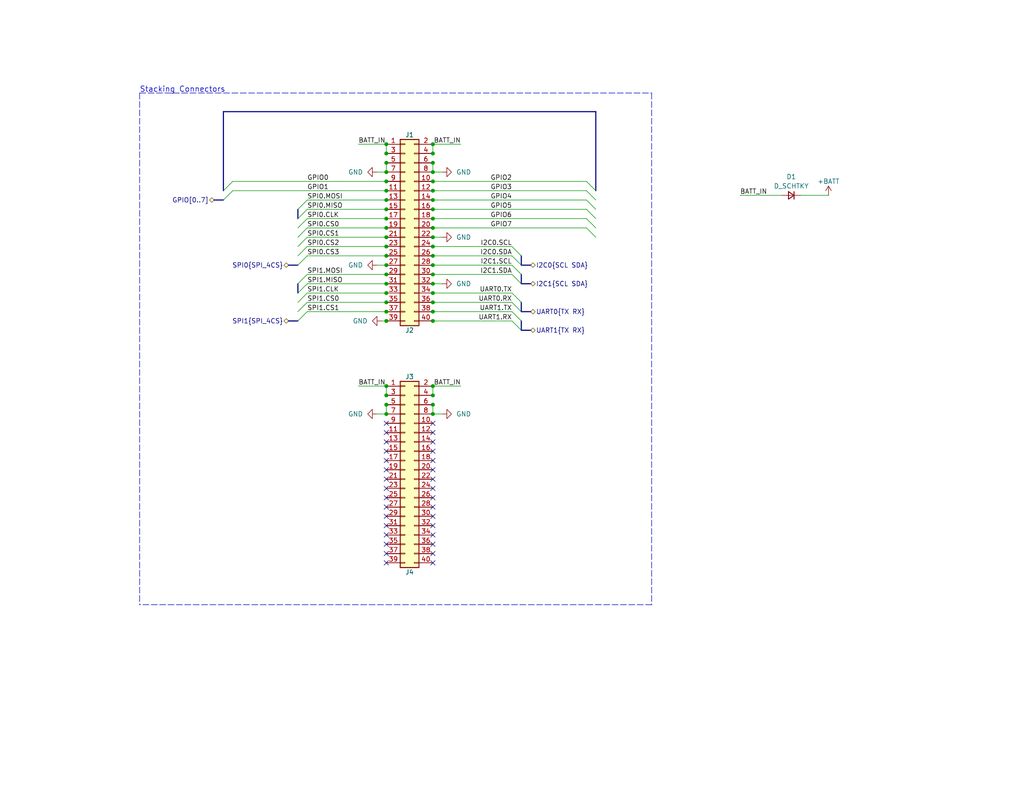
<source format=kicad_sch>
(kicad_sch (version 20210615) (generator eeschema)
  (paper "USLetter")
  (title_block (title "FlySensei Stacking Connectors") (date "2021-05-24") (rev "0.1") (company "George Mason University"))
  (lib_symbols
    (symbol "Connector_Generic:Conn_02x20_Odd_Even" (pin_names (offset 1.016) hide)
      (property "Reference" "J" (at 1.27 25.4 0))
      (property "Value" "Conn_02x20_Odd_Even" (at 1.27 -27.94 0))
      (symbol "Conn_02x20_Odd_Even_1_1"
        (rectangle (start -1.27 -25.273) (end 0 -25.527) (stroke (width 0.1524)))
        (rectangle (start -1.27 -22.733) (end 0 -22.987) (stroke (width 0.1524)))
        (rectangle (start -1.27 -20.193) (end 0 -20.447) (stroke (width 0.1524)))
        (rectangle (start -1.27 -17.653) (end 0 -17.907) (stroke (width 0.1524)))
        (rectangle (start -1.27 -15.113) (end 0 -15.367) (stroke (width 0.1524)))
        (rectangle (start -1.27 -12.573) (end 0 -12.827) (stroke (width 0.1524)))
        (rectangle (start -1.27 -10.033) (end 0 -10.287) (stroke (width 0.1524)))
        (rectangle (start -1.27 -7.493) (end 0 -7.747) (stroke (width 0.1524)))
        (rectangle (start -1.27 -4.953) (end 0 -5.207) (stroke (width 0.1524)))
        (rectangle (start -1.27 -2.413) (end 0 -2.667) (stroke (width 0.1524)))
        (rectangle (start -1.27 0.127) (end 0 -0.127) (stroke (width 0.1524)))
        (rectangle (start -1.27 2.667) (end 0 2.413) (stroke (width 0.1524)))
        (rectangle (start -1.27 5.207) (end 0 4.953) (stroke (width 0.1524)))
        (rectangle (start -1.27 7.747) (end 0 7.493) (stroke (width 0.1524)))
        (rectangle (start -1.27 10.287) (end 0 10.033) (stroke (width 0.1524)))
        (rectangle (start -1.27 12.827) (end 0 12.573) (stroke (width 0.1524)))
        (rectangle (start -1.27 15.367) (end 0 15.113) (stroke (width 0.1524)))
        (rectangle (start -1.27 17.907) (end 0 17.653) (stroke (width 0.1524)))
        (rectangle (start -1.27 20.447) (end 0 20.193) (stroke (width 0.1524)))
        (rectangle (start -1.27 22.987) (end 0 22.733) (stroke (width 0.1524)))
        (rectangle (start 3.81 -25.273) (end 2.54 -25.527) (stroke (width 0.1524)))
        (rectangle (start 3.81 -22.733) (end 2.54 -22.987) (stroke (width 0.1524)))
        (rectangle (start 3.81 -20.193) (end 2.54 -20.447) (stroke (width 0.1524)))
        (rectangle (start 3.81 -17.653) (end 2.54 -17.907) (stroke (width 0.1524)))
        (rectangle (start 3.81 -15.113) (end 2.54 -15.367) (stroke (width 0.1524)))
        (rectangle (start 3.81 -12.573) (end 2.54 -12.827) (stroke (width 0.1524)))
        (rectangle (start 3.81 -10.033) (end 2.54 -10.287) (stroke (width 0.1524)))
        (rectangle (start 3.81 -7.493) (end 2.54 -7.747) (stroke (width 0.1524)))
        (rectangle (start 3.81 -4.953) (end 2.54 -5.207) (stroke (width 0.1524)))
        (rectangle (start 3.81 -2.413) (end 2.54 -2.667) (stroke (width 0.1524)))
        (rectangle (start 3.81 0.127) (end 2.54 -0.127) (stroke (width 0.1524)))
        (rectangle (start 3.81 2.667) (end 2.54 2.413) (stroke (width 0.1524)))
        (rectangle (start 3.81 5.207) (end 2.54 4.953) (stroke (width 0.1524)))
        (rectangle (start 3.81 7.747) (end 2.54 7.493) (stroke (width 0.1524)))
        (rectangle (start 3.81 10.287) (end 2.54 10.033) (stroke (width 0.1524)))
        (rectangle (start 3.81 12.827) (end 2.54 12.573) (stroke (width 0.1524)))
        (rectangle (start 3.81 15.367) (end 2.54 15.113) (stroke (width 0.1524)))
        (rectangle (start 3.81 17.907) (end 2.54 17.653) (stroke (width 0.1524)))
        (rectangle (start 3.81 20.447) (end 2.54 20.193) (stroke (width 0.1524)))
        (rectangle (start 3.81 22.987) (end 2.54 22.733) (stroke (width 0.1524)))
        (rectangle (start -1.27 24.13) (end 3.81 -26.67) (stroke (width 0.254)) (fill (type background)))
        (pin passive line (at -5.08 22.86 0) (length 3.81) (name "Pin_1") (number "1"))
        (pin passive line (at 7.62 12.7 180) (length 3.81) (name "Pin_10") (number "10"))
        (pin passive line (at -5.08 10.16 0) (length 3.81) (name "Pin_11") (number "11"))
        (pin passive line (at 7.62 10.16 180) (length 3.81) (name "Pin_12") (number "12"))
        (pin passive line (at -5.08 7.62 0) (length 3.81) (name "Pin_13") (number "13"))
        (pin passive line (at 7.62 7.62 180) (length 3.81) (name "Pin_14") (number "14"))
        (pin passive line (at -5.08 5.08 0) (length 3.81) (name "Pin_15") (number "15"))
        (pin passive line (at 7.62 5.08 180) (length 3.81) (name "Pin_16") (number "16"))
        (pin passive line (at -5.08 2.54 0) (length 3.81) (name "Pin_17") (number "17"))
        (pin passive line (at 7.62 2.54 180) (length 3.81) (name "Pin_18") (number "18"))
        (pin passive line (at -5.08 0 0) (length 3.81) (name "Pin_19") (number "19"))
        (pin passive line (at 7.62 22.86 180) (length 3.81) (name "Pin_2") (number "2"))
        (pin passive line (at 7.62 0 180) (length 3.81) (name "Pin_20") (number "20"))
        (pin passive line (at -5.08 -2.54 0) (length 3.81) (name "Pin_21") (number "21"))
        (pin passive line (at 7.62 -2.54 180) (length 3.81) (name "Pin_22") (number "22"))
        (pin passive line (at -5.08 -5.08 0) (length 3.81) (name "Pin_23") (number "23"))
        (pin passive line (at 7.62 -5.08 180) (length 3.81) (name "Pin_24") (number "24"))
        (pin passive line (at -5.08 -7.62 0) (length 3.81) (name "Pin_25") (number "25"))
        (pin passive line (at 7.62 -7.62 180) (length 3.81) (name "Pin_26") (number "26"))
        (pin passive line (at -5.08 -10.16 0) (length 3.81) (name "Pin_27") (number "27"))
        (pin passive line (at 7.62 -10.16 180) (length 3.81) (name "Pin_28") (number "28"))
        (pin passive line (at -5.08 -12.7 0) (length 3.81) (name "Pin_29") (number "29"))
        (pin passive line (at -5.08 20.32 0) (length 3.81) (name "Pin_3") (number "3"))
        (pin passive line (at 7.62 -12.7 180) (length 3.81) (name "Pin_30") (number "30"))
        (pin passive line (at -5.08 -15.24 0) (length 3.81) (name "Pin_31") (number "31"))
        (pin passive line (at 7.62 -15.24 180) (length 3.81) (name "Pin_32") (number "32"))
        (pin passive line (at -5.08 -17.78 0) (length 3.81) (name "Pin_33") (number "33"))
        (pin passive line (at 7.62 -17.78 180) (length 3.81) (name "Pin_34") (number "34"))
        (pin passive line (at -5.08 -20.32 0) (length 3.81) (name "Pin_35") (number "35"))
        (pin passive line (at 7.62 -20.32 180) (length 3.81) (name "Pin_36") (number "36"))
        (pin passive line (at -5.08 -22.86 0) (length 3.81) (name "Pin_37") (number "37"))
        (pin passive line (at 7.62 -22.86 180) (length 3.81) (name "Pin_38") (number "38"))
        (pin passive line (at -5.08 -25.4 0) (length 3.81) (name "Pin_39") (number "39"))
        (pin passive line (at 7.62 20.32 180) (length 3.81) (name "Pin_4") (number "4"))
        (pin passive line (at 7.62 -25.4 180) (length 3.81) (name "Pin_40") (number "40"))
        (pin passive line (at -5.08 17.78 0) (length 3.81) (name "Pin_5") (number "5"))
        (pin passive line (at 7.62 17.78 180) (length 3.81) (name "Pin_6") (number "6"))
        (pin passive line (at -5.08 15.24 0) (length 3.81) (name "Pin_7") (number "7"))
        (pin passive line (at 7.62 15.24 180) (length 3.81) (name "Pin_8") (number "8"))
        (pin passive line (at -5.08 12.7 0) (length 3.81) (name "Pin_9") (number "9"))
      )
    )
    (symbol "Connector_Generic:Conn_02x20_Odd_Even_1" (pin_numbers hide) (pin_names (offset 1.016) hide)
      (property "Reference" "J" (at 1.27 25.4 0))
      (property "Value" "Conn_02x20_Odd_Even" (at 1.27 -27.94 0))
      (symbol "Conn_02x20_Odd_Even_1_1_1"
        (rectangle (start -1.27 -25.273) (end 0 -25.527) (stroke (width 0.1524)))
        (rectangle (start -1.27 -22.733) (end 0 -22.987) (stroke (width 0.1524)))
        (rectangle (start -1.27 -20.193) (end 0 -20.447) (stroke (width 0.1524)))
        (rectangle (start -1.27 -17.653) (end 0 -17.907) (stroke (width 0.1524)))
        (rectangle (start -1.27 -15.113) (end 0 -15.367) (stroke (width 0.1524)))
        (rectangle (start -1.27 -12.573) (end 0 -12.827) (stroke (width 0.1524)))
        (rectangle (start -1.27 -10.033) (end 0 -10.287) (stroke (width 0.1524)))
        (rectangle (start -1.27 -7.493) (end 0 -7.747) (stroke (width 0.1524)))
        (rectangle (start -1.27 -4.953) (end 0 -5.207) (stroke (width 0.1524)))
        (rectangle (start -1.27 -2.413) (end 0 -2.667) (stroke (width 0.1524)))
        (rectangle (start -1.27 0.127) (end 0 -0.127) (stroke (width 0.1524)))
        (rectangle (start -1.27 2.667) (end 0 2.413) (stroke (width 0.1524)))
        (rectangle (start -1.27 5.207) (end 0 4.953) (stroke (width 0.1524)))
        (rectangle (start -1.27 7.747) (end 0 7.493) (stroke (width 0.1524)))
        (rectangle (start -1.27 10.287) (end 0 10.033) (stroke (width 0.1524)))
        (rectangle (start -1.27 12.827) (end 0 12.573) (stroke (width 0.1524)))
        (rectangle (start -1.27 15.367) (end 0 15.113) (stroke (width 0.1524)))
        (rectangle (start -1.27 17.907) (end 0 17.653) (stroke (width 0.1524)))
        (rectangle (start -1.27 20.447) (end 0 20.193) (stroke (width 0.1524)))
        (rectangle (start -1.27 22.987) (end 0 22.733) (stroke (width 0.1524)))
        (rectangle (start 3.81 -25.273) (end 2.54 -25.527) (stroke (width 0.1524)))
        (rectangle (start 3.81 -22.733) (end 2.54 -22.987) (stroke (width 0.1524)))
        (rectangle (start 3.81 -20.193) (end 2.54 -20.447) (stroke (width 0.1524)))
        (rectangle (start 3.81 -17.653) (end 2.54 -17.907) (stroke (width 0.1524)))
        (rectangle (start 3.81 -15.113) (end 2.54 -15.367) (stroke (width 0.1524)))
        (rectangle (start 3.81 -12.573) (end 2.54 -12.827) (stroke (width 0.1524)))
        (rectangle (start 3.81 -10.033) (end 2.54 -10.287) (stroke (width 0.1524)))
        (rectangle (start 3.81 -7.493) (end 2.54 -7.747) (stroke (width 0.1524)))
        (rectangle (start 3.81 -4.953) (end 2.54 -5.207) (stroke (width 0.1524)))
        (rectangle (start 3.81 -2.413) (end 2.54 -2.667) (stroke (width 0.1524)))
        (rectangle (start 3.81 0.127) (end 2.54 -0.127) (stroke (width 0.1524)))
        (rectangle (start 3.81 2.667) (end 2.54 2.413) (stroke (width 0.1524)))
        (rectangle (start 3.81 5.207) (end 2.54 4.953) (stroke (width 0.1524)))
        (rectangle (start 3.81 7.747) (end 2.54 7.493) (stroke (width 0.1524)))
        (rectangle (start 3.81 10.287) (end 2.54 10.033) (stroke (width 0.1524)))
        (rectangle (start 3.81 12.827) (end 2.54 12.573) (stroke (width 0.1524)))
        (rectangle (start 3.81 15.367) (end 2.54 15.113) (stroke (width 0.1524)))
        (rectangle (start 3.81 17.907) (end 2.54 17.653) (stroke (width 0.1524)))
        (rectangle (start 3.81 20.447) (end 2.54 20.193) (stroke (width 0.1524)))
        (rectangle (start 3.81 22.987) (end 2.54 22.733) (stroke (width 0.1524)))
        (rectangle (start -1.27 24.13) (end 3.81 -26.67) (stroke (width 0.254)) (fill (type background)))
        (pin passive line (at -5.08 22.86 0) (length 3.81) (name "Pin_1") (number "1"))
        (pin passive line (at 7.62 12.7 180) (length 3.81) (name "Pin_10") (number "10"))
        (pin passive line (at -5.08 10.16 0) (length 3.81) (name "Pin_11") (number "11"))
        (pin passive line (at 7.62 10.16 180) (length 3.81) (name "Pin_12") (number "12"))
        (pin passive line (at -5.08 7.62 0) (length 3.81) (name "Pin_13") (number "13"))
        (pin passive line (at 7.62 7.62 180) (length 3.81) (name "Pin_14") (number "14"))
        (pin passive line (at -5.08 5.08 0) (length 3.81) (name "Pin_15") (number "15"))
        (pin passive line (at 7.62 5.08 180) (length 3.81) (name "Pin_16") (number "16"))
        (pin passive line (at -5.08 2.54 0) (length 3.81) (name "Pin_17") (number "17"))
        (pin passive line (at 7.62 2.54 180) (length 3.81) (name "Pin_18") (number "18"))
        (pin passive line (at -5.08 0 0) (length 3.81) (name "Pin_19") (number "19"))
        (pin passive line (at 7.62 22.86 180) (length 3.81) (name "Pin_2") (number "2"))
        (pin passive line (at 7.62 0 180) (length 3.81) (name "Pin_20") (number "20"))
        (pin passive line (at -5.08 -2.54 0) (length 3.81) (name "Pin_21") (number "21"))
        (pin passive line (at 7.62 -2.54 180) (length 3.81) (name "Pin_22") (number "22"))
        (pin passive line (at -5.08 -5.08 0) (length 3.81) (name "Pin_23") (number "23"))
        (pin passive line (at 7.62 -5.08 180) (length 3.81) (name "Pin_24") (number "24"))
        (pin passive line (at -5.08 -7.62 0) (length 3.81) (name "Pin_25") (number "25"))
        (pin passive line (at 7.62 -7.62 180) (length 3.81) (name "Pin_26") (number "26"))
        (pin passive line (at -5.08 -10.16 0) (length 3.81) (name "Pin_27") (number "27"))
        (pin passive line (at 7.62 -10.16 180) (length 3.81) (name "Pin_28") (number "28"))
        (pin passive line (at -5.08 -12.7 0) (length 3.81) (name "Pin_29") (number "29"))
        (pin passive line (at -5.08 20.32 0) (length 3.81) (name "Pin_3") (number "3"))
        (pin passive line (at 7.62 -12.7 180) (length 3.81) (name "Pin_30") (number "30"))
        (pin passive line (at -5.08 -15.24 0) (length 3.81) (name "Pin_31") (number "31"))
        (pin passive line (at 7.62 -15.24 180) (length 3.81) (name "Pin_32") (number "32"))
        (pin passive line (at -5.08 -17.78 0) (length 3.81) (name "Pin_33") (number "33"))
        (pin passive line (at 7.62 -17.78 180) (length 3.81) (name "Pin_34") (number "34"))
        (pin passive line (at -5.08 -20.32 0) (length 3.81) (name "Pin_35") (number "35"))
        (pin passive line (at 7.62 -20.32 180) (length 3.81) (name "Pin_36") (number "36"))
        (pin passive line (at -5.08 -22.86 0) (length 3.81) (name "Pin_37") (number "37"))
        (pin passive line (at 7.62 -22.86 180) (length 3.81) (name "Pin_38") (number "38"))
        (pin passive line (at -5.08 -25.4 0) (length 3.81) (name "Pin_39") (number "39"))
        (pin passive line (at 7.62 20.32 180) (length 3.81) (name "Pin_4") (number "4"))
        (pin passive line (at 7.62 -25.4 180) (length 3.81) (name "Pin_40") (number "40"))
        (pin passive line (at -5.08 17.78 0) (length 3.81) (name "Pin_5") (number "5"))
        (pin passive line (at 7.62 17.78 180) (length 3.81) (name "Pin_6") (number "6"))
        (pin passive line (at -5.08 15.24 0) (length 3.81) (name "Pin_7") (number "7"))
        (pin passive line (at 7.62 15.24 180) (length 3.81) (name "Pin_8") (number "8"))
        (pin passive line (at -5.08 12.7 0) (length 3.81) (name "Pin_9") (number "9"))
      )
    )
    (symbol "Connector_Generic:Conn_02x20_Odd_Even_2" (pin_numbers hide) (pin_names (offset 1.016) hide)
      (property "Reference" "J" (at 1.27 25.4 0))
      (property "Value" "Conn_02x20_Odd_Even" (at 1.27 -27.94 0))
      (symbol "Conn_02x20_Odd_Even_2_1_1"
        (rectangle (start -1.27 -25.273) (end 0 -25.527) (stroke (width 0.1524)))
        (rectangle (start -1.27 -22.733) (end 0 -22.987) (stroke (width 0.1524)))
        (rectangle (start -1.27 -20.193) (end 0 -20.447) (stroke (width 0.1524)))
        (rectangle (start -1.27 -17.653) (end 0 -17.907) (stroke (width 0.1524)))
        (rectangle (start -1.27 -15.113) (end 0 -15.367) (stroke (width 0.1524)))
        (rectangle (start -1.27 -12.573) (end 0 -12.827) (stroke (width 0.1524)))
        (rectangle (start -1.27 -10.033) (end 0 -10.287) (stroke (width 0.1524)))
        (rectangle (start -1.27 -7.493) (end 0 -7.747) (stroke (width 0.1524)))
        (rectangle (start -1.27 -4.953) (end 0 -5.207) (stroke (width 0.1524)))
        (rectangle (start -1.27 -2.413) (end 0 -2.667) (stroke (width 0.1524)))
        (rectangle (start -1.27 0.127) (end 0 -0.127) (stroke (width 0.1524)))
        (rectangle (start -1.27 2.667) (end 0 2.413) (stroke (width 0.1524)))
        (rectangle (start -1.27 5.207) (end 0 4.953) (stroke (width 0.1524)))
        (rectangle (start -1.27 7.747) (end 0 7.493) (stroke (width 0.1524)))
        (rectangle (start -1.27 10.287) (end 0 10.033) (stroke (width 0.1524)))
        (rectangle (start -1.27 12.827) (end 0 12.573) (stroke (width 0.1524)))
        (rectangle (start -1.27 15.367) (end 0 15.113) (stroke (width 0.1524)))
        (rectangle (start -1.27 17.907) (end 0 17.653) (stroke (width 0.1524)))
        (rectangle (start -1.27 20.447) (end 0 20.193) (stroke (width 0.1524)))
        (rectangle (start -1.27 22.987) (end 0 22.733) (stroke (width 0.1524)))
        (rectangle (start 3.81 -25.273) (end 2.54 -25.527) (stroke (width 0.1524)))
        (rectangle (start 3.81 -22.733) (end 2.54 -22.987) (stroke (width 0.1524)))
        (rectangle (start 3.81 -20.193) (end 2.54 -20.447) (stroke (width 0.1524)))
        (rectangle (start 3.81 -17.653) (end 2.54 -17.907) (stroke (width 0.1524)))
        (rectangle (start 3.81 -15.113) (end 2.54 -15.367) (stroke (width 0.1524)))
        (rectangle (start 3.81 -12.573) (end 2.54 -12.827) (stroke (width 0.1524)))
        (rectangle (start 3.81 -10.033) (end 2.54 -10.287) (stroke (width 0.1524)))
        (rectangle (start 3.81 -7.493) (end 2.54 -7.747) (stroke (width 0.1524)))
        (rectangle (start 3.81 -4.953) (end 2.54 -5.207) (stroke (width 0.1524)))
        (rectangle (start 3.81 -2.413) (end 2.54 -2.667) (stroke (width 0.1524)))
        (rectangle (start 3.81 0.127) (end 2.54 -0.127) (stroke (width 0.1524)))
        (rectangle (start 3.81 2.667) (end 2.54 2.413) (stroke (width 0.1524)))
        (rectangle (start 3.81 5.207) (end 2.54 4.953) (stroke (width 0.1524)))
        (rectangle (start 3.81 7.747) (end 2.54 7.493) (stroke (width 0.1524)))
        (rectangle (start 3.81 10.287) (end 2.54 10.033) (stroke (width 0.1524)))
        (rectangle (start 3.81 12.827) (end 2.54 12.573) (stroke (width 0.1524)))
        (rectangle (start 3.81 15.367) (end 2.54 15.113) (stroke (width 0.1524)))
        (rectangle (start 3.81 17.907) (end 2.54 17.653) (stroke (width 0.1524)))
        (rectangle (start 3.81 20.447) (end 2.54 20.193) (stroke (width 0.1524)))
        (rectangle (start 3.81 22.987) (end 2.54 22.733) (stroke (width 0.1524)))
        (rectangle (start -1.27 24.13) (end 3.81 -26.67) (stroke (width 0.254)) (fill (type background)))
        (pin passive line (at -5.08 22.86 0) (length 3.81) (name "Pin_1") (number "1"))
        (pin passive line (at 7.62 12.7 180) (length 3.81) (name "Pin_10") (number "10"))
        (pin passive line (at -5.08 10.16 0) (length 3.81) (name "Pin_11") (number "11"))
        (pin passive line (at 7.62 10.16 180) (length 3.81) (name "Pin_12") (number "12"))
        (pin passive line (at -5.08 7.62 0) (length 3.81) (name "Pin_13") (number "13"))
        (pin passive line (at 7.62 7.62 180) (length 3.81) (name "Pin_14") (number "14"))
        (pin passive line (at -5.08 5.08 0) (length 3.81) (name "Pin_15") (number "15"))
        (pin passive line (at 7.62 5.08 180) (length 3.81) (name "Pin_16") (number "16"))
        (pin passive line (at -5.08 2.54 0) (length 3.81) (name "Pin_17") (number "17"))
        (pin passive line (at 7.62 2.54 180) (length 3.81) (name "Pin_18") (number "18"))
        (pin passive line (at -5.08 0 0) (length 3.81) (name "Pin_19") (number "19"))
        (pin passive line (at 7.62 22.86 180) (length 3.81) (name "Pin_2") (number "2"))
        (pin passive line (at 7.62 0 180) (length 3.81) (name "Pin_20") (number "20"))
        (pin passive line (at -5.08 -2.54 0) (length 3.81) (name "Pin_21") (number "21"))
        (pin passive line (at 7.62 -2.54 180) (length 3.81) (name "Pin_22") (number "22"))
        (pin passive line (at -5.08 -5.08 0) (length 3.81) (name "Pin_23") (number "23"))
        (pin passive line (at 7.62 -5.08 180) (length 3.81) (name "Pin_24") (number "24"))
        (pin passive line (at -5.08 -7.62 0) (length 3.81) (name "Pin_25") (number "25"))
        (pin passive line (at 7.62 -7.62 180) (length 3.81) (name "Pin_26") (number "26"))
        (pin passive line (at -5.08 -10.16 0) (length 3.81) (name "Pin_27") (number "27"))
        (pin passive line (at 7.62 -10.16 180) (length 3.81) (name "Pin_28") (number "28"))
        (pin passive line (at -5.08 -12.7 0) (length 3.81) (name "Pin_29") (number "29"))
        (pin passive line (at -5.08 20.32 0) (length 3.81) (name "Pin_3") (number "3"))
        (pin passive line (at 7.62 -12.7 180) (length 3.81) (name "Pin_30") (number "30"))
        (pin passive line (at -5.08 -15.24 0) (length 3.81) (name "Pin_31") (number "31"))
        (pin passive line (at 7.62 -15.24 180) (length 3.81) (name "Pin_32") (number "32"))
        (pin passive line (at -5.08 -17.78 0) (length 3.81) (name "Pin_33") (number "33"))
        (pin passive line (at 7.62 -17.78 180) (length 3.81) (name "Pin_34") (number "34"))
        (pin passive line (at -5.08 -20.32 0) (length 3.81) (name "Pin_35") (number "35"))
        (pin passive line (at 7.62 -20.32 180) (length 3.81) (name "Pin_36") (number "36"))
        (pin passive line (at -5.08 -22.86 0) (length 3.81) (name "Pin_37") (number "37"))
        (pin passive line (at 7.62 -22.86 180) (length 3.81) (name "Pin_38") (number "38"))
        (pin passive line (at -5.08 -25.4 0) (length 3.81) (name "Pin_39") (number "39"))
        (pin passive line (at 7.62 20.32 180) (length 3.81) (name "Pin_4") (number "4"))
        (pin passive line (at 7.62 -25.4 180) (length 3.81) (name "Pin_40") (number "40"))
        (pin passive line (at -5.08 17.78 0) (length 3.81) (name "Pin_5") (number "5"))
        (pin passive line (at 7.62 17.78 180) (length 3.81) (name "Pin_6") (number "6"))
        (pin passive line (at -5.08 15.24 0) (length 3.81) (name "Pin_7") (number "7"))
        (pin passive line (at 7.62 15.24 180) (length 3.81) (name "Pin_8") (number "8"))
        (pin passive line (at -5.08 12.7 0) (length 3.81) (name "Pin_9") (number "9"))
      )
    )
    (symbol "Device:D_Small" (pin_numbers hide) (pin_names (offset 0.254) hide)
      (property "Reference" "D" (at -1.27 2.032 0))
      (property "Value" "D_Small" (at -3.81 -2.032 0))
      (symbol "D_Small_0_1"
        (polyline (pts (xy -0.762 -1.016) (xy -0.762 1.016)) (stroke (width 0.254)))
        (polyline (pts (xy -0.762 0) (xy 0.762 0)))
        (polyline (pts (xy 0.762 -1.016) (xy -0.762 0) (xy 0.762 1.016) (xy 0.762 -1.016)) (stroke (width 0.254)))
      )
      (symbol "D_Small_1_1"
        (pin passive line (at -2.54 0 0) (length 1.778) (name "K") (number "1"))
        (pin passive line (at 2.54 0 180) (length 1.778) (name "A") (number "2"))
      )
    )
    (symbol "power:+BATT" (power) (pin_names (offset 0))
      (property "Value" "+BATT" (at 0 3.556 0))
      (symbol "+BATT_0_1"
        (polyline (pts (xy -0.762 1.27) (xy 0 2.54)))
        (polyline (pts (xy 0 0) (xy 0 2.54)))
        (polyline (pts (xy 0 2.54) (xy 0.762 1.27)))
      )
      (symbol "+BATT_1_1"
        (pin power_in line (at 0 0 90) (length 0) hide (name "+BATT") (number "1"))
      )
    )
    (symbol "power:GND" (power) (pin_names (offset 0))
      (property "Value" "GND" (at 0 -3.81 0))
      (symbol "GND_0_1"
        (polyline (pts (xy 0 0) (xy 0 -1.27) (xy 1.27 -1.27) (xy 0 -2.54) (xy -1.27 -1.27) (xy 0 -1.27)))
      )
      (symbol "GND_1_1"
        (pin power_in line (at 0 0 270) (length 0) hide (name "GND") (number "1"))
      )
    )
  )
  (junction (at 105.41 39.37) (diameter 0.9144))
  (junction (at 105.41 41.91) (diameter 0.9144))
  (junction (at 105.41 44.45) (diameter 0.9144))
  (junction (at 105.41 46.99) (diameter 0.9144))
  (junction (at 105.41 49.53) (diameter 0.9144))
  (junction (at 105.41 52.07) (diameter 0.9144))
  (junction (at 105.41 54.61) (diameter 0.9144))
  (junction (at 105.41 57.15) (diameter 0.9144))
  (junction (at 105.41 59.69) (diameter 0.9144))
  (junction (at 105.41 62.23) (diameter 0.9144))
  (junction (at 105.41 64.77) (diameter 0.9144))
  (junction (at 105.41 67.31) (diameter 0.9144))
  (junction (at 105.41 69.85) (diameter 0.9144))
  (junction (at 105.41 72.39) (diameter 0.9144))
  (junction (at 105.41 74.93) (diameter 0.9144))
  (junction (at 105.41 77.47) (diameter 0.9144))
  (junction (at 105.41 80.01) (diameter 0.9144))
  (junction (at 105.41 82.55) (diameter 0.9144))
  (junction (at 105.41 85.09) (diameter 0.9144))
  (junction (at 105.41 87.63) (diameter 0.9144))
  (junction (at 105.41 105.41) (diameter 0.9144))
  (junction (at 105.41 107.95) (diameter 0.9144))
  (junction (at 105.41 110.49) (diameter 0.9144))
  (junction (at 105.41 113.03) (diameter 0.9144))
  (junction (at 118.11 39.37) (diameter 0.9144))
  (junction (at 118.11 41.91) (diameter 0.9144))
  (junction (at 118.11 44.45) (diameter 0.9144))
  (junction (at 118.11 46.99) (diameter 0.9144))
  (junction (at 118.11 49.53) (diameter 0.9144))
  (junction (at 118.11 52.07) (diameter 0.9144))
  (junction (at 118.11 54.61) (diameter 0.9144))
  (junction (at 118.11 57.15) (diameter 0.9144))
  (junction (at 118.11 59.69) (diameter 0.9144))
  (junction (at 118.11 62.23) (diameter 0.9144))
  (junction (at 118.11 64.77) (diameter 0.9144))
  (junction (at 118.11 67.31) (diameter 0.9144))
  (junction (at 118.11 69.85) (diameter 0.9144))
  (junction (at 118.11 72.39) (diameter 0.9144))
  (junction (at 118.11 74.93) (diameter 0.9144))
  (junction (at 118.11 77.47) (diameter 0.9144))
  (junction (at 118.11 80.01) (diameter 0.9144))
  (junction (at 118.11 82.55) (diameter 0.9144))
  (junction (at 118.11 85.09) (diameter 0.9144))
  (junction (at 118.11 87.63) (diameter 0.9144))
  (junction (at 118.11 105.41) (diameter 0.9144))
  (junction (at 118.11 107.95) (diameter 0.9144))
  (junction (at 118.11 110.49) (diameter 0.9144))
  (junction (at 118.11 113.03) (diameter 0.9144))
  (no_connect (at 105.41 115.57))
  (no_connect (at 105.41 118.11))
  (no_connect (at 105.41 120.65))
  (no_connect (at 105.41 123.19))
  (no_connect (at 105.41 125.73))
  (no_connect (at 105.41 128.27))
  (no_connect (at 105.41 130.81))
  (no_connect (at 105.41 133.35))
  (no_connect (at 105.41 135.89))
  (no_connect (at 105.41 138.43))
  (no_connect (at 105.41 140.97))
  (no_connect (at 105.41 143.51))
  (no_connect (at 105.41 146.05))
  (no_connect (at 105.41 148.59))
  (no_connect (at 105.41 151.13))
  (no_connect (at 105.41 153.67))
  (no_connect (at 118.11 115.57))
  (no_connect (at 118.11 118.11))
  (no_connect (at 118.11 120.65))
  (no_connect (at 118.11 123.19))
  (no_connect (at 118.11 125.73))
  (no_connect (at 118.11 128.27))
  (no_connect (at 118.11 130.81))
  (no_connect (at 118.11 133.35))
  (no_connect (at 118.11 135.89))
  (no_connect (at 118.11 138.43))
  (no_connect (at 118.11 140.97))
  (no_connect (at 118.11 143.51))
  (no_connect (at 118.11 146.05))
  (no_connect (at 118.11 148.59))
  (no_connect (at 118.11 151.13))
  (no_connect (at 118.11 153.67))
  (bus_entry (at 60.96 52.07) (size 2.54 -2.54) (stroke (width 0.1524)))
  (bus_entry (at 60.96 54.61) (size 2.54 -2.54) (stroke (width 0.1524)))
  (bus_entry (at 81.28 57.15) (size 2.54 -2.54) (stroke (width 0.1524)))
  (bus_entry (at 81.28 59.69) (size 2.54 -2.54) (stroke (width 0.1524)))
  (bus_entry (at 81.28 62.23) (size 2.54 -2.54) (stroke (width 0.1524)))
  (bus_entry (at 81.28 64.77) (size 2.54 -2.54) (stroke (width 0.1524)))
  (bus_entry (at 81.28 67.31) (size 2.54 -2.54) (stroke (width 0.1524)))
  (bus_entry (at 81.28 69.85) (size 2.54 -2.54) (stroke (width 0.1524)))
  (bus_entry (at 81.28 72.39) (size 2.54 -2.54) (stroke (width 0.1524)))
  (bus_entry (at 81.28 77.47) (size 2.54 -2.54) (stroke (width 0.1524)))
  (bus_entry (at 81.28 80.01) (size 2.54 -2.54) (stroke (width 0.1524)))
  (bus_entry (at 81.28 82.55) (size 2.54 -2.54) (stroke (width 0.1524)))
  (bus_entry (at 81.28 85.09) (size 2.54 -2.54) (stroke (width 0.1524)))
  (bus_entry (at 81.28 87.63) (size 2.54 -2.54) (stroke (width 0.1524)))
  (bus_entry (at 142.24 69.85) (size -2.54 -2.54) (stroke (width 0.1524)))
  (bus_entry (at 142.24 72.39) (size -2.54 -2.54) (stroke (width 0.1524)))
  (bus_entry (at 142.24 74.93) (size -2.54 -2.54) (stroke (width 0.1524)))
  (bus_entry (at 142.24 77.47) (size -2.54 -2.54) (stroke (width 0.1524)))
  (bus_entry (at 142.24 82.55) (size -2.54 -2.54) (stroke (width 0.1524)))
  (bus_entry (at 142.24 85.09) (size -2.54 -2.54) (stroke (width 0.1524)))
  (bus_entry (at 142.24 87.63) (size -2.54 -2.54) (stroke (width 0.1524)))
  (bus_entry (at 142.24 90.17) (size -2.54 -2.54) (stroke (width 0.1524)))
  (bus_entry (at 162.56 52.07) (size -2.54 -2.54) (stroke (width 0.1524)))
  (bus_entry (at 162.56 54.61) (size -2.54 -2.54) (stroke (width 0.1524)))
  (bus_entry (at 162.56 57.15) (size -2.54 -2.54) (stroke (width 0.1524)))
  (bus_entry (at 162.56 59.69) (size -2.54 -2.54) (stroke (width 0.1524)))
  (bus_entry (at 162.56 62.23) (size -2.54 -2.54) (stroke (width 0.1524)))
  (bus_entry (at 162.56 64.77) (size -2.54 -2.54) (stroke (width 0.1524)))
  (wire (pts (xy 63.5 49.53) (xy 105.41 49.53)))
  (wire (pts (xy 63.5 52.07) (xy 105.41 52.07)))
  (wire (pts (xy 83.82 54.61) (xy 105.41 54.61)))
  (wire (pts (xy 83.82 57.15) (xy 105.41 57.15)))
  (wire (pts (xy 83.82 59.69) (xy 105.41 59.69)))
  (wire (pts (xy 83.82 62.23) (xy 105.41 62.23)))
  (wire (pts (xy 83.82 64.77) (xy 105.41 64.77)))
  (wire (pts (xy 83.82 67.31) (xy 105.41 67.31)))
  (wire (pts (xy 83.82 69.85) (xy 105.41 69.85)))
  (wire (pts (xy 83.82 74.93) (xy 105.41 74.93)))
  (wire (pts (xy 83.82 77.47) (xy 105.41 77.47)))
  (wire (pts (xy 83.82 80.01) (xy 105.41 80.01)))
  (wire (pts (xy 83.82 82.55) (xy 105.41 82.55)))
  (wire (pts (xy 83.82 85.09) (xy 105.41 85.09)))
  (wire (pts (xy 97.79 39.37) (xy 105.41 39.37)))
  (wire (pts (xy 97.79 105.41) (xy 105.41 105.41)))
  (wire (pts (xy 102.87 46.99) (xy 105.41 46.99)))
  (wire (pts (xy 102.87 72.39) (xy 105.41 72.39)))
  (wire (pts (xy 102.87 113.03) (xy 105.41 113.03)))
  (wire (pts (xy 104.14 87.63) (xy 105.41 87.63)))
  (wire (pts (xy 105.41 39.37) (xy 105.41 41.91)))
  (wire (pts (xy 105.41 44.45) (xy 105.41 46.99)))
  (wire (pts (xy 105.41 105.41) (xy 105.41 107.95)))
  (wire (pts (xy 105.41 110.49) (xy 105.41 113.03)))
  (wire (pts (xy 118.11 39.37) (xy 118.11 41.91)))
  (wire (pts (xy 118.11 44.45) (xy 118.11 46.99)))
  (wire (pts (xy 118.11 46.99) (xy 120.65 46.99)))
  (wire (pts (xy 118.11 64.77) (xy 120.65 64.77)))
  (wire (pts (xy 118.11 77.47) (xy 120.65 77.47)))
  (wire (pts (xy 118.11 105.41) (xy 118.11 107.95)))
  (wire (pts (xy 118.11 110.49) (xy 118.11 113.03)))
  (wire (pts (xy 118.11 113.03) (xy 120.65 113.03)))
  (wire (pts (xy 125.73 39.37) (xy 118.11 39.37)))
  (wire (pts (xy 125.73 105.41) (xy 118.11 105.41)))
  (wire (pts (xy 139.7 67.31) (xy 118.11 67.31)))
  (wire (pts (xy 139.7 69.85) (xy 118.11 69.85)))
  (wire (pts (xy 139.7 72.39) (xy 118.11 72.39)))
  (wire (pts (xy 139.7 74.93) (xy 118.11 74.93)))
  (wire (pts (xy 139.7 80.01) (xy 118.11 80.01)))
  (wire (pts (xy 139.7 82.55) (xy 118.11 82.55)))
  (wire (pts (xy 139.7 85.09) (xy 118.11 85.09)))
  (wire (pts (xy 139.7 87.63) (xy 118.11 87.63)))
  (wire (pts (xy 160.02 49.53) (xy 118.11 49.53)))
  (wire (pts (xy 160.02 52.07) (xy 118.11 52.07)))
  (wire (pts (xy 160.02 54.61) (xy 118.11 54.61)))
  (wire (pts (xy 160.02 57.15) (xy 118.11 57.15)))
  (wire (pts (xy 160.02 59.69) (xy 118.11 59.69)))
  (wire (pts (xy 160.02 62.23) (xy 118.11 62.23)))
  (wire (pts (xy 201.93 53.34) (xy 213.36 53.34)))
  (wire (pts (xy 218.44 53.34) (xy 226.06 53.34)))
  (bus (pts (xy 58.42 54.61) (xy 60.96 54.61)))
  (bus (pts (xy 60.96 30.48) (xy 60.96 54.61)))
  (bus (pts (xy 60.96 30.48) (xy 162.56 30.48)))
  (bus (pts (xy 78.74 72.39) (xy 81.28 72.39)))
  (bus (pts (xy 78.74 87.63) (xy 81.28 87.63)))
  (bus (pts (xy 81.28 57.15) (xy 81.28 72.39)))
  (bus (pts (xy 81.28 77.47) (xy 81.28 87.63)))
  (bus (pts (xy 142.24 69.85) (xy 142.24 72.39)))
  (bus (pts (xy 142.24 74.93) (xy 142.24 77.47)))
  (bus (pts (xy 142.24 82.55) (xy 142.24 85.09)))
  (bus (pts (xy 142.24 87.63) (xy 142.24 90.17)))
  (bus (pts (xy 144.78 72.39) (xy 142.24 72.39)))
  (bus (pts (xy 144.78 77.47) (xy 142.24 77.47)))
  (bus (pts (xy 144.78 85.09) (xy 142.24 85.09)))
  (bus (pts (xy 144.78 90.17) (xy 142.24 90.17)))
  (bus (pts (xy 162.56 30.48) (xy 162.56 64.77)))
  (polyline (pts (xy 38.1 25.4) (xy 38.1 165.1)) (stroke (width 0) (type dash)))
  (polyline (pts (xy 38.1 25.4) (xy 177.8 25.4)) (stroke (width 0) (type dash)))
  (polyline (pts (xy 177.8 25.4) (xy 177.8 165.1)) (stroke (width 0) (type dash)))
  (polyline (pts (xy 177.8 165.1) (xy 38.1 165.1)) (stroke (width 0) (type dash)))
  (text "Stacking Connectors" (at 38.1 25.4 0) (effects (font (size 1.5 1.5)) (justify left bottom)))
  (label "GPIO0" (at 83.82 49.53 0))
  (label "GPIO1" (at 83.82 52.07 0))
  (label "SPI0.MOSI" (at 83.82 54.61 0))
  (label "SPI0.MISO" (at 83.82 57.15 0))
  (label "SPI0.CLK" (at 83.82 59.69 0))
  (label "SPI0.CS0" (at 83.82 62.23 0))
  (label "SPI0.CS1" (at 83.82 64.77 0))
  (label "SPI0.CS2" (at 83.82 67.31 0))
  (label "SPI0.CS3" (at 83.82 69.85 0))
  (label "SPI1.MOSI" (at 83.82 74.93 0))
  (label "SPI1.MISO" (at 83.82 77.47 0))
  (label "SPI1.CLK" (at 83.82 80.01 0))
  (label "SPI1.CS0" (at 83.82 82.55 0))
  (label "SPI1.CS1" (at 83.82 85.09 0))
  (label "BATT_IN" (at 97.79 39.37 0))
  (label "BATT_IN" (at 97.79 105.41 0))
  (label "BATT_IN" (at 125.73 39.37 180))
  (label "BATT_IN" (at 125.73 105.41 180))
  (label "GPIO2" (at 139.7 49.53 180))
  (label "GPIO3" (at 139.7 52.07 180))
  (label "GPIO4" (at 139.7 54.61 180))
  (label "GPIO5" (at 139.7 57.15 180))
  (label "GPIO6" (at 139.7 59.69 180))
  (label "GPIO7" (at 139.7 62.23 180))
  (label "I2C0.SCL" (at 139.7 67.31 180))
  (label "I2C0.SDA" (at 139.7 69.85 180))
  (label "I2C1.SCL" (at 139.7 72.39 180))
  (label "I2C1.SDA" (at 139.7 74.93 180))
  (label "UART0.TX" (at 139.7 80.01 180))
  (label "UART0.RX" (at 139.7 82.55 180))
  (label "UART1.TX" (at 139.7 85.09 180))
  (label "UART1.RX" (at 139.7 87.63 180))
  (label "BATT_IN" (at 201.93 53.34 0))
  (hierarchical_label "GPIO[0..7]" (shape bidirectional) (at 58.42 54.61 180))
  (hierarchical_label "SPI0{SPI_4CS}" (shape bidirectional) (at 78.74 72.39 180))
  (hierarchical_label "SPI1{SPI_4CS}" (shape bidirectional) (at 78.74 87.63 180))
  (hierarchical_label "I2C0{SCL SDA}" (shape bidirectional) (at 144.78 72.39 0))
  (hierarchical_label "I2C1{SCL SDA}" (shape bidirectional) (at 144.78 77.47 0))
  (hierarchical_label "UART0{TX RX}" (shape bidirectional) (at 144.78 85.09 0))
  (hierarchical_label "UART1{TX RX}" (shape bidirectional) (at 144.78 90.17 0))
  (symbol (lib_id "power:+BATT") (at 226.06 53.34 0) (unit 1)
    (property "Reference" "#PWR0103" (effects hide))
    (property "Value" "+BATT" (at 226.06 49.53 0))
  )
  (symbol (lib_id "power:GND") (at 102.87 46.99 270) (unit 1)
    (property "Reference" "#PWR0104" (effects hide))
    (property "Value" "GND" (at 99.06 46.9899 90) (effects (justify right)))
  )
  (symbol (lib_id "power:GND") (at 102.87 72.39 270) (unit 1)
    (property "Reference" "#PWR0109" (effects hide))
    (property "Value" "GND" (at 99.06 72.3899 90) (effects (justify right)))
  )
  (symbol (lib_id "power:GND") (at 102.87 113.03 270) (unit 1)
    (property "Reference" "#PWR0106" (effects hide))
    (property "Value" "GND" (at 99.06 113.0299 90) (effects (justify right)))
  )
  (symbol (lib_id "power:GND") (at 104.14 87.63 270) (unit 1)
    (property "Reference" "#PWR0108" (effects hide))
    (property "Value" "GND" (at 100.33 87.6299 90) (effects (justify right)))
  )
  (symbol (lib_id "power:GND") (at 120.65 46.99 90) (mirror x) (unit 1)
    (property "Reference" "#PWR0105" (effects hide))
    (property "Value" "GND" (at 124.46 46.9899 90) (effects (justify right)))
  )
  (symbol (lib_id "power:GND") (at 120.65 64.77 90) (mirror x) (unit 1)
    (property "Reference" "#PWR0101" (effects hide))
    (property "Value" "GND" (at 124.46 64.7699 90) (effects (justify right)))
  )
  (symbol (lib_id "power:GND") (at 120.65 77.47 90) (mirror x) (unit 1)
    (property "Reference" "#PWR0102" (effects hide))
    (property "Value" "GND" (at 124.46 77.4699 90) (effects (justify right)))
  )
  (symbol (lib_id "power:GND") (at 120.65 113.03 90) (mirror x) (unit 1)
    (property "Reference" "#PWR0107" (effects hide))
    (property "Value" "GND" (at 124.46 113.0299 90) (effects (justify right)))
  )
  (symbol (lib_id "Device:D_Small") (at 215.9 53.34 180) (unit 1)
    (property "Reference" "D1" (at 215.9 48.26 0))
    (property "Value" "D_SCHTKY" (at 215.9 50.8 0))
    (property "Footprint" "Diode_SMD:D_SMB" (effects hide))
  )
  (symbol (lib_id "Connector_Generic:Conn_02x20_Odd_Even") (at 110.49 62.23 0) (unit 1)
    (property "Reference" "J1" (at 111.76 36.83 0))
    (property "Value" "Conn_02x20_Odd_Even_Male" (effects hide))
    (property "Footprint" "Connector_PinHeader_1.27mm:PinHeader_2x20_P1.27mm_Vertical_SMD" (effects hide))
  )
  (symbol (lib_id "Connector_Generic:Conn_02x20_Odd_Even") (at 110.49 128.27 0) (unit 1)
    (property "Reference" "J3" (at 111.76 102.87 0))
    (property "Value" "Conn_02x20_Odd_Even_Male" (effects hide))
    (property "Footprint" "Connector_PinHeader_1.27mm:PinHeader_2x20_P1.27mm_Vertical_SMD" (effects hide))
  )
  (symbol (lib_name "Connector_Generic:Conn_02x20_Odd_Even_2") (lib_id "Connector_Generic:Conn_02x20_Odd_Even") (at 113.03 62.23 0) (mirror y) (unit 1)
    (property "Reference" "J2" (at 111.76 90.17 0))
    (property "Value" "Conn_02x20_Odd_Even_Female" (effects hide))
    (property "Footprint" "Connector_PinHeader_1.27mm:PinHeader_2x20_P1.27mm_Vertical_SMD" (effects hide))
  )
  (symbol (lib_name "Connector_Generic:Conn_02x20_Odd_Even_1") (lib_id "Connector_Generic:Conn_02x20_Odd_Even") (at 113.03 128.27 0) (mirror y) (unit 1)
    (property "Reference" "J4" (at 111.76 156.21 0))
    (property "Value" "Conn_02x20_Odd_Even_Female" (effects hide))
    (property "Footprint" "Connector_PinHeader_1.27mm:PinHeader_2x20_P1.27mm_Vertical_SMD" (effects hide))
  )
)
</source>
